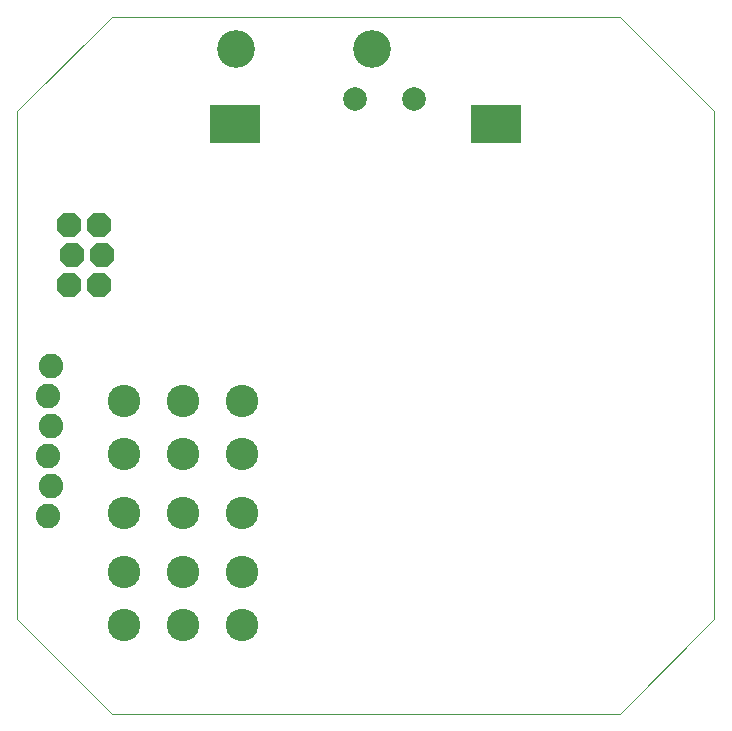
<source format=gbs>
G75*
G70*
%OFA0B0*%
%FSLAX24Y24*%
%IPPOS*%
%LPD*%
%AMOC8*
5,1,8,0,0,1.08239X$1,22.5*
%
%ADD10C,0.0000*%
%ADD11OC8,0.0820*%
%ADD12C,0.1261*%
%ADD13R,0.1261X0.1261*%
%ADD14R,0.1660X0.1260*%
%ADD15C,0.1080*%
%ADD16C,0.0820*%
%ADD17C,0.0789*%
D10*
X003294Y001045D02*
X000144Y004194D01*
X000144Y021124D01*
X003294Y024273D01*
X020223Y024273D01*
X023373Y021124D01*
X023373Y004194D01*
X020223Y001045D01*
X003294Y001045D01*
D11*
X002879Y015347D03*
X002979Y016347D03*
X001979Y016347D03*
X001879Y015347D03*
X001879Y017347D03*
X002879Y017347D03*
D12*
X007427Y023182D03*
X011959Y023182D03*
D13*
X015891Y020701D03*
X016284Y020701D03*
X007597Y020701D03*
X007203Y020701D03*
D14*
X007403Y020701D03*
X016091Y020701D03*
D15*
X007625Y011478D03*
X007625Y009706D03*
X007625Y007738D03*
X007625Y005769D03*
X007625Y003998D03*
X005656Y003998D03*
X005656Y005769D03*
X003688Y005769D03*
X003688Y003998D03*
X003688Y007738D03*
X005656Y007738D03*
X005656Y009706D03*
X005656Y011478D03*
X003688Y011478D03*
X003688Y009706D03*
D16*
X001268Y010620D03*
X001168Y011620D03*
X001268Y012620D03*
X001168Y009620D03*
X001268Y008620D03*
X001168Y007620D03*
D17*
X011394Y021545D03*
X013378Y021545D03*
M02*

</source>
